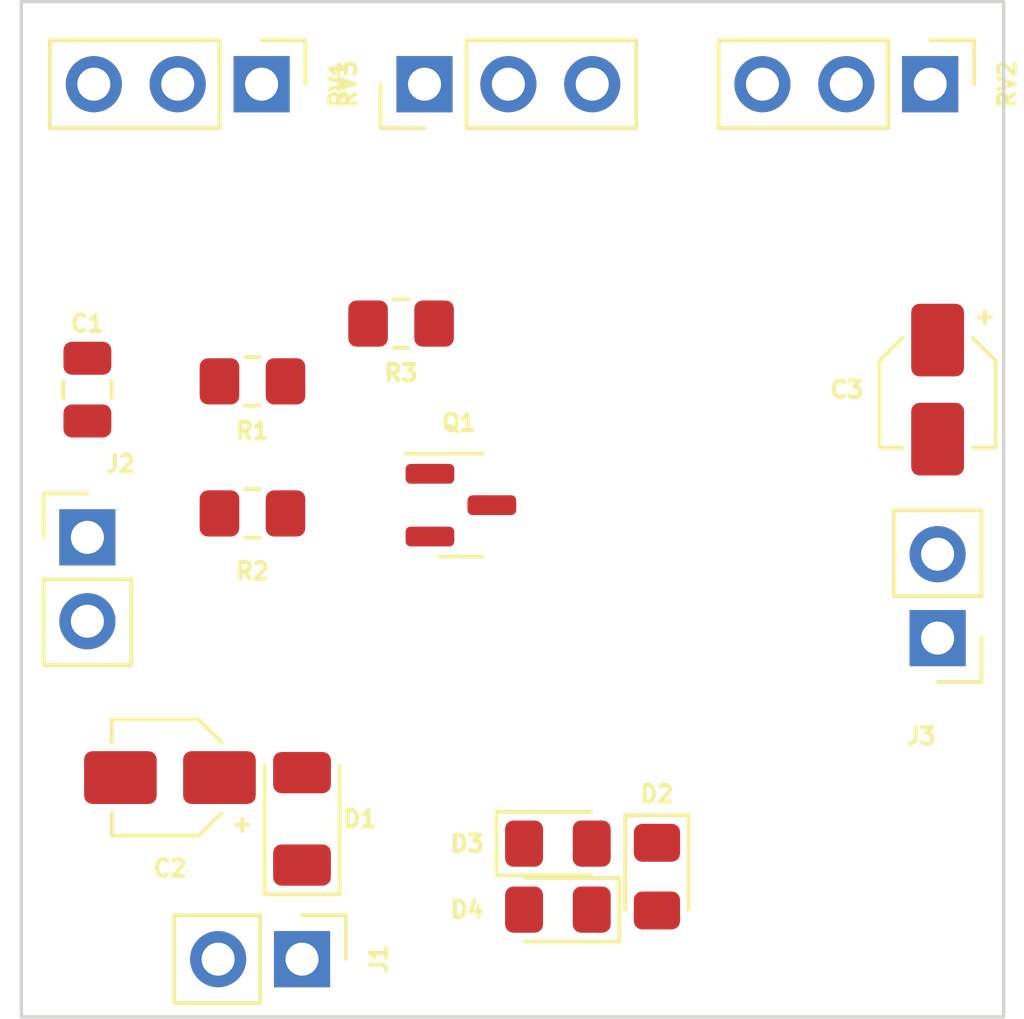
<source format=kicad_pcb>
(kicad_pcb (version 20211014) (generator pcbnew)
  (layers (0 "F.Cu" signal) (31 "B.Cu" signal) (34 "B.Paste" user) (35 "F.Paste" user) (36 "B.SilkS" user "B.Silkscreen") (37 "F.SilkS" user "F.Silkscreen") (38 "B.Mask" user) (39 "F.Mask" user) (44 "Edge.Cuts" user))
  (net 0 "")
  (net 10 "Net-(D2-Pad1)")
  (net 11 "Net-(D2-Pad2)")
  (net 12 "Net-(D3-Pad1)")
  (net 22 "Net-(D1-Pad1)")
  (net 23 "GND")
  (net 24 "Net-(C1-Pad1)")
  (net 27 "Net-(C3-Pad2)")
  (net 29 "+9V")
  (footprint "Connector_PinHeader_2.54mm:PinHeader_1x03_P2.54mm_Vertical" (layer "F.Cu") (at 96.275 98.75 -90)
    (fp_text reference "RV1" (at 0 -2.33 90) (layer "F.SilkS") (effects (font (size 0.5 0.5) (thickness 0.125))))
    (fp_text value "DRIVE")
    (fp_line (start -1.33 0) (end -1.33 -1.33) (layer "F.SilkS") (width 0.12))
    (fp_line (start -1.33 1.27) (end -1.33 6.41) (layer "F.SilkS") (width 0.12))
    (fp_line (start -1.33 -1.33) (end 0 -1.33) (layer "F.SilkS") (width 0.12))
    (fp_line (start -1.33 1.27) (end 1.33 1.27) (layer "F.SilkS") (width 0.12))
    (fp_line (start -1.33 6.41) (end 1.33 6.41) (layer "F.SilkS") (width 0.12))
    (fp_line (start 1.33 1.27) (end 1.33 6.41) (layer "F.SilkS") (width 0.12))
    (pad "1" thru_hole rect (at 0 0 270) (size 1.7 1.7) (drill 1) (layers *.Cu *.Mask))
    (pad "2" thru_hole oval (at 0 2.54 270) (size 1.7 1.7) (drill 1) (layers *.Cu *.Mask))
    (pad "3" thru_hole oval (at 0 5.08 270) (size 1.7 1.7) (drill 1) (layers *.Cu *.Mask))
  )
  (footprint "Package_TO_SOT_SMD:SOT-23" (layer "F.Cu") (at 102.3125 111.5)
    (fp_text reference "Q1" (at -0.0625 -2.5) (layer "F.SilkS") (effects (font (size 0.5 0.5) (thickness 0.125))))
    (fp_text value "Q_NPN_BCE")
    (fp_line (start 0 -1.56) (end 0.65 -1.56) (layer "F.SilkS") (width 0.12))
    (fp_line (start 0 1.56) (end 0.65 1.56) (layer "F.SilkS") (width 0.12))
    (fp_line (start 0 -1.56) (end -1.675 -1.56) (layer "F.SilkS") (width 0.12))
    (fp_line (start 0 1.56) (end -0.65 1.56) (layer "F.SilkS") (width 0.12))
    (pad "1" smd roundrect (at -0.9375 -0.95) (size 1.475 0.6) (layers "F.Cu" "F.Paste" "F.Mask"))
    (pad "2" smd roundrect (at -0.9375 0.95) (size 1.475 0.6) (layers "F.Cu" "F.Paste" "F.Mask"))
    (pad "3" smd roundrect (at 0.9375 0) (size 1.475 0.6) (layers "F.Cu" "F.Paste" "F.Mask"))
  )
  (footprint "Resistor_SMD:R_0805_2012Metric_Pad1.20x1.40mm_HandSolder" (layer "F.Cu") (at 100.5 106 180)
    (fp_text reference "R3" (at 0 -1.5) (layer "F.SilkS") (effects (font (size 0.5 0.5) (thickness 0.125))))
    (fp_text value "R_US")
    (fp_line (start -0.227064 0.735) (end 0.227064 0.735) (layer "F.SilkS") (width 0.12))
    (fp_line (start -0.227064 -0.735) (end 0.227064 -0.735) (layer "F.SilkS") (width 0.12))
    (pad "1" smd roundrect (at -1 0 180) (size 1.2 1.4) (layers "F.Cu" "F.Paste" "F.Mask") (roundrect_rratio 0.208333))
    (pad "2" smd roundrect (at 1 0 180) (size 1.2 1.4) (layers "F.Cu" "F.Paste" "F.Mask") (roundrect_rratio 0.208333))
  )
  (footprint "Connector_PinHeader_2.54mm:PinHeader_1x02_P2.54mm_Vertical" (layer "F.Cu") (at 91 112.475)
    (fp_text reference "J2" (at 1 -2.225) (layer "F.SilkS") (effects (font (size 0.5 0.5) (thickness 0.125))))
    (fp_text value "IN")
    (fp_line (start 1.33 1.27) (end 1.33 3.87) (layer "F.SilkS") (width 0.12))
    (fp_line (start -1.33 3.87) (end 1.33 3.87) (layer "F.SilkS") (width 0.12))
    (fp_line (start -1.33 -1.33) (end 0 -1.33) (layer "F.SilkS") (width 0.12))
    (fp_line (start -1.33 1.27) (end 1.33 1.27) (layer "F.SilkS") (width 0.12))
    (fp_line (start -1.33 1.27) (end -1.33 3.87) (layer "F.SilkS") (width 0.12))
    (fp_line (start -1.33 0) (end -1.33 -1.33) (layer "F.SilkS") (width 0.12))
    (pad "1" thru_hole rect (at 0 0) (size 1.7 1.7) (drill 1) (layers *.Cu *.Mask) (net 24 "Net-(C1-Pad1)"))
    (pad "2" thru_hole oval (at 0 2.54) (size 1.7 1.7) (drill 1) (layers *.Cu *.Mask))
  )
  (footprint "Capacitor_SMD:CP_Elec_3x5.4" (layer "F.Cu") (at 93.5 119.75 180)
    (fp_text reference "C2" (at 0 -2.75) (layer "F.SilkS") (effects (font (size 0.5 0.5) (thickness 0.125))))
    (fp_text value "47u")
    (fp_line (start -1.570563 1.06) (end -0.870563 1.76) (layer "F.SilkS") (width 0.12))
    (fp_line (start 1.76 -1.76) (end 1.76 -1.06) (layer "F.SilkS") (width 0.12))
    (fp_line (start -2.1875 -1.6225) (end -2.1875 -1.2475) (layer "F.SilkS") (width 0.12))
    (fp_line (start -2.375 -1.435) (end -2 -1.435) (layer "F.SilkS") (width 0.12))
    (fp_line (start 1.76 1.76) (end 1.76 1.06) (layer "F.SilkS") (width 0.12))
    (fp_line (start -1.570563 -1.06) (end -0.870563 -1.76) (layer "F.SilkS") (width 0.12))
    (fp_line (start -0.870563 1.76) (end 1.76 1.76) (layer "F.SilkS") (width 0.12))
    (fp_line (start -0.870563 -1.76) (end 1.76 -1.76) (layer "F.SilkS") (width 0.12))
    (pad "1" smd roundrect (at -1.5 0 180) (size 2.2 1.6) (layers "F.Cu" "F.Paste" "F.Mask") (roundrect_rratio 0.15625) (net 29 "+9V"))
    (pad "2" smd roundrect (at 1.5 0 180) (size 2.2 1.6) (layers "F.Cu" "F.Paste" "F.Mask") (roundrect_rratio 0.15625) (net 23 "GND"))
  )
  (footprint "Capacitor_SMD:C_0805_2012Metric" (layer "F.Cu") (at 91 108 90)
    (fp_text reference "C1" (at 2 0) (layer "F.SilkS") (effects (font (size 0.5 0.5) (thickness 0.125))))
    (fp_text value "C")
    (fp_line (start -0.261252 -0.735) (end 0.261252 -0.735) (layer "F.SilkS") (width 0.12))
    (fp_line (start -0.261252 0.735) (end 0.261252 0.735) (layer "F.SilkS") (width 0.12))
    (pad "1" smd roundrect (at -0.95 0 90) (size 1 1.45) (layers "F.Cu" "F.Paste" "F.Mask") (net 24 "Net-(C1-Pad1)"))
    (pad "2" smd roundrect (at 0.95 0 90) (size 1 1.45) (layers "F.Cu" "F.Paste" "F.Mask"))
  )
  (footprint "Resistor_SMD:R_0805_2012Metric_Pad1.20x1.40mm_HandSolder" (layer "F.Cu") (at 96 111.75 180)
    (fp_text reference "R2" (at 0 -1.75) (layer "F.SilkS") (effects (font (size 0.5 0.5) (thickness 0.125))))
    (fp_text value "R_US")
    (fp_line (start -0.227064 -0.735) (end 0.227064 -0.735) (layer "F.SilkS") (width 0.12))
    (fp_line (start -0.227064 0.735) (end 0.227064 0.735) (layer "F.SilkS") (width 0.12))
    (pad "1" smd roundrect (at -1 0 180) (size 1.2 1.4) (layers "F.Cu" "F.Paste" "F.Mask") (roundrect_rratio 0.208333))
    (pad "2" smd roundrect (at 1 0 180) (size 1.2 1.4) (layers "F.Cu" "F.Paste" "F.Mask") (roundrect_rratio 0.208333))
  )
  (footprint "Connector_PinHeader_2.54mm:PinHeader_1x02_P2.54mm_Vertical" (layer "F.Cu") (at 97.5 125.25 -90)
    (fp_text reference "J1" (at 0 -2.33 90) (layer "F.SilkS") (effects (font (size 0.5 0.5) (thickness 0.125))))
    (fp_text value "9V")
    (fp_line (start -1.33 3.87) (end 1.33 3.87) (layer "F.SilkS") (width 0.12))
    (fp_line (start -1.33 1.27) (end -1.33 3.87) (layer "F.SilkS") (width 0.12))
    (fp_line (start -1.33 0) (end -1.33 -1.33) (layer "F.SilkS") (width 0.12))
    (fp_line (start -1.33 1.27) (end 1.33 1.27) (layer "F.SilkS") (width 0.12))
    (fp_line (start 1.33 1.27) (end 1.33 3.87) (layer "F.SilkS") (width 0.12))
    (fp_line (start -1.33 -1.33) (end 0 -1.33) (layer "F.SilkS") (width 0.12))
    (pad "1" thru_hole rect (at 0 0 270) (size 1.7 1.7) (drill 1) (layers *.Cu *.Mask) (net 22 "Net-(D1-Pad1)"))
    (pad "2" thru_hole oval (at 0 2.54 270) (size 1.7 1.7) (drill 1) (layers *.Cu *.Mask) (net 23 "GND"))
  )
  (footprint "Capacitor_SMD:CP_Elec_3x5.4" (layer "F.Cu") (at 116.75 108 -90)
    (fp_text reference "C3" (at 0 2.75 180) (layer "F.SilkS") (effects (font (size 0.5 0.5) (thickness 0.125))))
    (fp_text value "C_Polarized")
    (fp_line (start -1.570563 1.06) (end -0.870563 1.76) (layer "F.SilkS") (width 0.12))
    (fp_line (start -0.870563 -1.76) (end 1.76 -1.76) (layer "F.SilkS") (width 0.12))
    (fp_line (start -1.570563 -1.06) (end -0.870563 -1.76) (layer "F.SilkS") (width 0.12))
    (fp_line (start 1.76 -1.76) (end 1.76 -1.06) (layer "F.SilkS") (width 0.12))
    (fp_line (start 1.76 1.76) (end 1.76 1.06) (layer "F.SilkS") (width 0.12))
    (fp_line (start -2.1875 -1.6225) (end -2.1875 -1.2475) (layer "F.SilkS") (width 0.12))
    (fp_line (start -2.375 -1.435) (end -2 -1.435) (layer "F.SilkS") (width 0.12))
    (fp_line (start -0.870563 1.76) (end 1.76 1.76) (layer "F.SilkS") (width 0.12))
    (pad "1" smd roundrect (at -1.5 0 270) (size 2.2 1.6) (layers "F.Cu" "F.Paste" "F.Mask") (roundrect_rratio 0.15625))
    (pad "2" smd roundrect (at 1.5 0 270) (size 2.2 1.6) (layers "F.Cu" "F.Paste" "F.Mask") (roundrect_rratio 0.15625) (net 27 "Net-(C3-Pad2)"))
  )
  (footprint "Diode_SMD:D_0805_2012Metric_Pad1.15x1.40mm_HandSolder" (layer "F.Cu") (at 105.25 121.75)
    (fp_text reference "D3" (at -2.75 0) (layer "F.SilkS") (effects (font (size 0.5 0.5) (thickness 0.125))))
    (fp_text value "DIODE")
    (fp_line (start -1.86 -0.96) (end -1.86 0.96) (layer "F.SilkS") (width 0.12))
    (fp_line (start 1 -0.96) (end -1.86 -0.96) (layer "F.SilkS") (width 0.12))
    (fp_line (start -1.86 0.96) (end 1 0.96) (layer "F.SilkS") (width 0.12))
    (pad "1" smd roundrect (at -1.025 0) (size 1.15 1.4) (layers "F.Cu" "F.Paste" "F.Mask") (roundrect_rratio 0.217391) (net 12 "Net-(D3-Pad1)"))
    (pad "2" smd roundrect (at 1.025 0) (size 1.15 1.4) (layers "F.Cu" "F.Paste" "F.Mask") (roundrect_rratio 0.217391) (net 10 "Net-(D2-Pad1)"))
  )
  (footprint "Diode_SMD:D_0805_2012Metric_Pad1.15x1.40mm_HandSolder" (layer "F.Cu") (at 108.25 122.75 -90)
    (fp_text reference "D2" (at -2.5 0 180) (layer "F.SilkS") (effects (font (size 0.5 0.5) (thickness 0.125))))
    (fp_text value "DIODE")
    (fp_line (start -1.86 -0.96) (end -1.86 0.96) (layer "F.SilkS") (width 0.12))
    (fp_line (start -1.86 0.96) (end 1 0.96) (layer "F.SilkS") (width 0.12))
    (fp_line (start 1 -0.96) (end -1.86 -0.96) (layer "F.SilkS") (width 0.12))
    (pad "1" smd roundrect (at -1.025 0 270) (size 1.15 1.4) (layers "F.Cu" "F.Paste" "F.Mask") (roundrect_rratio 0.217391) (net 10 "Net-(D2-Pad1)"))
    (pad "2" smd roundrect (at 1.025 0 270) (size 1.15 1.4) (layers "F.Cu" "F.Paste" "F.Mask") (roundrect_rratio 0.217391) (net 11 "Net-(D2-Pad2)"))
  )
  (footprint "Connector_PinHeader_2.54mm:PinHeader_1x03_P2.54mm_Vertical" (layer "F.Cu") (at 101.21 98.75 90)
    (fp_text reference "RV3" (at 0 -2.33 90) (layer "F.SilkS") (effects (font (size 0.5 0.5) (thickness 0.125))))
    (fp_text value "LEVEL")
    (fp_line (start -1.33 6.41) (end 1.33 6.41) (layer "F.SilkS") (width 0.12))
    (fp_line (start -1.33 -1.33) (end 0 -1.33) (layer "F.SilkS") (width 0.12))
    (fp_line (start -1.33 1.27) (end 1.33 1.27) (layer "F.SilkS") (width 0.12))
    (fp_line (start 1.33 1.27) (end 1.33 6.41) (layer "F.SilkS") (width 0.12))
    (fp_line (start -1.33 0) (end -1.33 -1.33) (layer "F.SilkS") (width 0.12))
    (fp_line (start -1.33 1.27) (end -1.33 6.41) (layer "F.SilkS") (width 0.12))
    (pad "1" thru_hole rect (at 0 0 90) (size 1.7 1.7) (drill 1) (layers *.Cu *.Mask))
    (pad "2" thru_hole oval (at 0 2.54 90) (size 1.7 1.7) (drill 1) (layers *.Cu *.Mask))
    (pad "3" thru_hole oval (at 0 5.08 90) (size 1.7 1.7) (drill 1) (layers *.Cu *.Mask))
  )
  (footprint "Diode_SMD:D_0805_2012Metric_Pad1.15x1.40mm_HandSolder" (layer "F.Cu") (at 105.25 123.75 180)
    (fp_text reference "D4" (at 2.75 0) (layer "F.SilkS") (effects (font (size 0.5 0.5) (thickness 0.125))))
    (fp_text value "DIODE")
    (fp_line (start 1 -0.96) (end -1.86 -0.96) (layer "F.SilkS") (width 0.12))
    (fp_line (start -1.86 0.96) (end 1 0.96) (layer "F.SilkS") (width 0.12))
    (fp_line (start -1.86 -0.96) (end -1.86 0.96) (layer "F.SilkS") (width 0.12))
    (pad "1" smd roundrect (at -1.025 0 180) (size 1.15 1.4) (layers "F.Cu" "F.Paste" "F.Mask") (roundrect_rratio 0.217391) (net 11 "Net-(D2-Pad2)"))
    (pad "2" smd roundrect (at 1.025 0 180) (size 1.15 1.4) (layers "F.Cu" "F.Paste" "F.Mask") (roundrect_rratio 0.217391) (net 12 "Net-(D3-Pad1)"))
  )
  (footprint "Diode_SMD:D_1206_3216Metric" (layer "F.Cu") (at 97.5 121 90)
    (fp_text reference "D1" (at 0 1.75 180) (layer "F.SilkS") (effects (font (size 0.5 0.5) (thickness 0.125))))
    (fp_text value "DIODE")
    (fp_line (start -2.285 1.135) (end 1.6 1.135) (layer "F.SilkS") (width 0.12))
    (fp_line (start -2.285 -1.135) (end -2.285 1.135) (layer "F.SilkS") (width 0.12))
    (fp_line (start 1.6 -1.135) (end -2.285 -1.135) (layer "F.SilkS") (width 0.12))
    (pad "1" smd roundrect (at -1.4 0 90) (size 1.25 1.75) (layers "F.Cu" "F.Paste" "F.Mask") (roundrect_rratio 0.2) (net 22 "Net-(D1-Pad1)"))
    (pad "2" smd roundrect (at 1.4 0 90) (size 1.25 1.75) (layers "F.Cu" "F.Paste" "F.Mask") (roundrect_rratio 0.2) (net 29 "+9V"))
  )
  (footprint "Connector_PinHeader_2.54mm:PinHeader_1x03_P2.54mm_Vertical" (layer "F.Cu") (at 116.525 98.75 -90)
    (fp_text reference "RV2" (at 0 -2.33 90) (layer "F.SilkS") (effects (font (size 0.5 0.5) (thickness 0.125))))
    (fp_text value "TONE")
    (fp_line (start -1.33 0) (end -1.33 -1.33) (layer "F.SilkS") (width 0.12))
    (fp_line (start -1.33 -1.33) (end 0 -1.33) (layer "F.SilkS") (width 0.12))
    (fp_line (start -1.33 1.27) (end 1.33 1.27) (layer "F.SilkS") (width 0.12))
    (fp_line (start -1.33 6.41) (end 1.33 6.41) (layer "F.SilkS") (width 0.12))
    (fp_line (start 1.33 1.27) (end 1.33 6.41) (layer "F.SilkS") (width 0.12))
    (fp_line (start -1.33 1.27) (end -1.33 6.41) (layer "F.SilkS") (width 0.12))
    (pad "1" thru_hole rect (at 0 0 270) (size 1.7 1.7) (drill 1) (layers *.Cu *.Mask))
    (pad "2" thru_hole oval (at 0 2.54 270) (size 1.7 1.7) (drill 1) (layers *.Cu *.Mask))
    (pad "3" thru_hole oval (at 0 5.08 270) (size 1.7 1.7) (drill 1) (layers *.Cu *.Mask))
  )
  (footprint "Connector_PinHeader_2.54mm:PinHeader_1x02_P2.54mm_Vertical" (layer "F.Cu") (at 116.75 115.525 180)
    (fp_text reference "J3" (at 0.5 -2.975) (layer "F.SilkS") (effects (font (size 0.5 0.5) (thickness 0.125))))
    (fp_text value "OUT")
    (fp_line (start -1.33 -1.33) (end 0 -1.33) (layer "F.SilkS") (width 0.12))
    (fp_line (start -1.33 0) (end -1.33 -1.33) (layer "F.SilkS") (width 0.12))
    (fp_line (start 1.33 1.27) (end 1.33 3.87) (layer "F.SilkS") (width 0.12))
    (fp_line (start -1.33 1.27) (end 1.33 1.27) (layer "F.SilkS") (width 0.12))
    (fp_line (start -1.33 3.87) (end 1.33 3.87) (layer "F.SilkS") (width 0.12))
    (fp_line (start -1.33 1.27) (end -1.33 3.87) (layer "F.SilkS") (width 0.12))
    (pad "1" thru_hole rect (at 0 0 180) (size 1.7 1.7) (drill 1) (layers *.Cu *.Mask))
    (pad "2" thru_hole oval (at 0 2.54 180) (size 1.7 1.7) (drill 1) (layers *.Cu *.Mask) (net 27 "Net-(C3-Pad2)"))
  )
  (footprint "Resistor_SMD:R_0805_2012Metric_Pad1.20x1.40mm_HandSolder" (layer "F.Cu") (at 96 107.75 180)
    (fp_text reference "R1" (at 0 -1.5) (layer "F.SilkS") (effects (font (size 0.5 0.5) (thickness 0.125))))
    (fp_text value "R_US")
    (fp_line (start -0.227064 0.735) (end 0.227064 0.735) (layer "F.SilkS") (width 0.12))
    (fp_line (start -0.227064 -0.735) (end 0.227064 -0.735) (layer "F.SilkS") (width 0.12))
    (pad "1" smd roundrect (at -1 0 180) (size 1.2 1.4) (layers "F.Cu" "F.Paste" "F.Mask") (roundrect_rratio 0.208333))
    (pad "2" smd roundrect (at 1 0 180) (size 1.2 1.4) (layers "F.Cu" "F.Paste" "F.Mask") (roundrect_rratio 0.208333))
  )
  (gr_rect (start 89 96.25) (end 118.75 127) (layer "Edge.Cuts") (width 0.1) (fill none))
)
</source>
